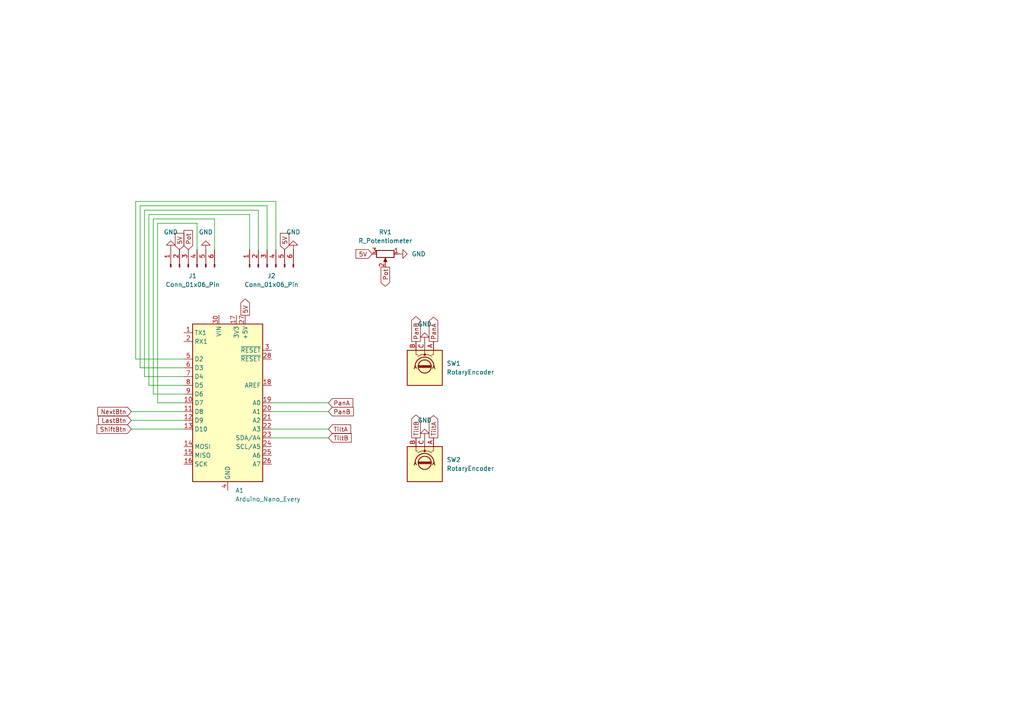
<source format=kicad_sch>
(kicad_sch (version 20230121) (generator eeschema)
  (paper "A4")
  (lib_symbols
    (symbol "Connector:Conn_01x06_Pin" (pin_names (offset 1.016) hide)
      (property "Reference" "J" (at 0 7.62 0))
      (property "Value" "Conn_01x06_Pin" (at 0 -10.16 0))
      (symbol "Conn_01x06_Pin_1_1"
        (polyline (pts (xy 1.27 -7.62) (xy 0.8636 -7.62)) (stroke (width 0.1524)))
        (polyline (pts (xy 1.27 -5.08) (xy 0.8636 -5.08)) (stroke (width 0.1524)))
        (polyline (pts (xy 1.27 -2.54) (xy 0.8636 -2.54)) (stroke (width 0.1524)))
        (polyline (pts (xy 1.27 0) (xy 0.8636 0)) (stroke (width 0.1524)))
        (polyline (pts (xy 1.27 2.54) (xy 0.8636 2.54)) (stroke (width 0.1524)))
        (polyline (pts (xy 1.27 5.08) (xy 0.8636 5.08)) (stroke (width 0.1524)))
        (rectangle (start 0.8636 -7.493) (end 0 -7.747) (stroke (width 0.1524)) (fill (type outline)))
        (rectangle (start 0.8636 -4.953) (end 0 -5.207) (stroke (width 0.1524)) (fill (type outline)))
        (rectangle (start 0.8636 -2.413) (end 0 -2.667) (stroke (width 0.1524)) (fill (type outline)))
        (rectangle (start 0.8636 0.127) (end 0 -0.127) (stroke (width 0.1524)) (fill (type outline)))
        (rectangle (start 0.8636 2.667) (end 0 2.413) (stroke (width 0.1524)) (fill (type outline)))
        (rectangle (start 0.8636 5.207) (end 0 4.953) (stroke (width 0.1524)) (fill (type outline)))
        (pin passive line (at 5.08 5.08 180) (length 3.81) (name "Pin_1") (number "1"))
        (pin passive line (at 5.08 2.54 180) (length 3.81) (name "Pin_2") (number "2"))
        (pin passive line (at 5.08 0 180) (length 3.81) (name "Pin_3") (number "3"))
        (pin passive line (at 5.08 -2.54 180) (length 3.81) (name "Pin_4") (number "4"))
        (pin passive line (at 5.08 -5.08 180) (length 3.81) (name "Pin_5") (number "5"))
        (pin passive line (at 5.08 -7.62 180) (length 3.81) (name "Pin_6") (number "6"))
      )
    )
    (symbol "Device:R_Potentiometer" (pin_names (offset 1.016) hide)
      (property "Reference" "RV" (at -4.445 0 90))
      (property "Value" "R_Potentiometer" (at -2.54 0 90))
      (symbol "R_Potentiometer_0_1"
        (polyline (pts (xy 2.54 0) (xy 1.524 0)))
        (polyline (pts (xy 1.143 0) (xy 2.286 0.508) (xy 2.286 -0.508) (xy 1.143 0)) (fill (type outline)))
        (rectangle (start 1.016 2.54) (end -1.016 -2.54) (stroke (width 0.254)))
      )
      (symbol "R_Potentiometer_1_1"
        (pin passive line (at 0 3.81 270) (length 1.27) (name "1") (number "1"))
        (pin passive line (at 3.81 0 180) (length 1.27) (name "2") (number "2"))
        (pin passive line (at 0 -3.81 90) (length 1.27) (name "3") (number "3"))
      )
    )
    (symbol "Device:RotaryEncoder" (pin_names (offset 0.254) hide)
      (property "Reference" "SW" (at 0 6.604 0))
      (property "Value" "RotaryEncoder" (at 0 -6.604 0))
      (symbol "RotaryEncoder_0_1"
        (rectangle (start -5.08 5.08) (end 5.08 -5.08) (stroke (width 0.254)) (fill (type background)))
        (circle (center -3.81 0) (radius 0.254) (fill (type outline)))
        (circle (center -0.381 0) (radius 1.905) (stroke (width 0.254)))
        (arc (start -0.381 2.667) (mid -3.0988 -0.0635) (end -0.381 -2.794) (stroke (width 0.254)))
        (polyline (pts (xy -0.635 -1.778) (xy -0.635 1.778)) (stroke (width 0.254)))
        (polyline (pts (xy -0.381 -1.778) (xy -0.381 1.778)) (stroke (width 0.254)))
        (polyline (pts (xy -0.127 1.778) (xy -0.127 -1.778)) (stroke (width 0.254)))
        (polyline (pts (xy -5.08 -2.54) (xy -3.81 -2.54) (xy -3.81 -2.032)))
        (polyline (pts (xy -5.08 2.54) (xy -3.81 2.54) (xy -3.81 2.032)))
        (polyline (pts (xy 0.254 -3.048) (xy -0.508 -2.794) (xy 0.127 -2.413)) (stroke (width 0.254)))
        (polyline (pts (xy 0.254 2.921) (xy -0.508 2.667) (xy 0.127 2.286)) (stroke (width 0.254)))
        (polyline (pts (xy -5.08 0) (xy -3.81 0) (xy -3.81 -1.016) (xy -3.302 -2.032)))
        (polyline (pts (xy -4.318 0) (xy -3.81 0) (xy -3.81 1.016) (xy -3.302 2.032)))
      )
      (symbol "RotaryEncoder_1_1"
        (pin passive line (at -7.62 2.54 0) (length 2.54) (name "A") (number "A"))
        (pin passive line (at -7.62 -2.54 0) (length 2.54) (name "B") (number "B"))
        (pin passive line (at -7.62 0 0) (length 2.54) (name "C") (number "C"))
      )
    )
    (symbol "MCU_Module:Arduino_Nano_Every"
      (property "Reference" "A" (at -10.16 23.495 0))
      (property "Value" "Arduino_Nano_Every" (at 5.08 -24.13 0))
      (symbol "Arduino_Nano_Every_0_1"
        (rectangle (start -10.16 22.86) (end 10.16 -22.86) (stroke (width 0.254)) (fill (type background)))
      )
      (symbol "Arduino_Nano_Every_1_1"
        (pin bidirectional line (at -12.7 20.32 0) (length 2.54) (name "TX1") (number "1"))
        (pin bidirectional line (at -12.7 0 0) (length 2.54) (name "D7") (number "10"))
        (pin bidirectional line (at -12.7 -2.54 0) (length 2.54) (name "D8") (number "11"))
        (pin bidirectional line (at -12.7 -5.08 0) (length 2.54) (name "D9") (number "12"))
        (pin bidirectional line (at -12.7 -7.62 0) (length 2.54) (name "D10") (number "13"))
        (pin bidirectional line (at -12.7 -12.7 0) (length 2.54) (name "MOSI") (number "14"))
        (pin bidirectional line (at -12.7 -15.24 0) (length 2.54) (name "MISO") (number "15"))
        (pin bidirectional line (at -12.7 -17.78 0) (length 2.54) (name "SCK") (number "16"))
        (pin power_out line (at 2.54 25.4 270) (length 2.54) (name "3V3") (number "17"))
        (pin input line (at 12.7 5.08 180) (length 2.54) (name "AREF") (number "18"))
        (pin bidirectional line (at 12.7 0 180) (length 2.54) (name "A0") (number "19"))
        (pin bidirectional line (at -12.7 17.78 0) (length 2.54) (name "RX1") (number "2"))
        (pin bidirectional line (at 12.7 -2.54 180) (length 2.54) (name "A1") (number "20"))
        (pin bidirectional line (at 12.7 -5.08 180) (length 2.54) (name "A2") (number "21"))
        (pin bidirectional line (at 12.7 -7.62 180) (length 2.54) (name "A3") (number "22"))
        (pin bidirectional line (at 12.7 -10.16 180) (length 2.54) (name "SDA/A4") (number "23"))
        (pin bidirectional line (at 12.7 -12.7 180) (length 2.54) (name "SCL/A5") (number "24"))
        (pin bidirectional line (at 12.7 -15.24 180) (length 2.54) (name "A6") (number "25"))
        (pin bidirectional line (at 12.7 -17.78 180) (length 2.54) (name "A7") (number "26"))
        (pin power_out line (at 5.08 25.4 270) (length 2.54) (name "+5V") (number "27"))
        (pin input line (at 12.7 12.7 180) (length 2.54) (name "~{RESET}") (number "28"))
        (pin passive line (at 0 -25.4 90) (length 2.54) hide (name "GND") (number "29"))
        (pin input line (at 12.7 15.24 180) (length 2.54) (name "~{RESET}") (number "3"))
        (pin power_in line (at -2.54 25.4 270) (length 2.54) (name "VIN") (number "30"))
        (pin power_in line (at 0 -25.4 90) (length 2.54) (name "GND") (number "4"))
        (pin bidirectional line (at -12.7 12.7 0) (length 2.54) (name "D2") (number "5"))
        (pin bidirectional line (at -12.7 10.16 0) (length 2.54) (name "D3") (number "6"))
        (pin bidirectional line (at -12.7 7.62 0) (length 2.54) (name "D4") (number "7"))
        (pin bidirectional line (at -12.7 5.08 0) (length 2.54) (name "D5") (number "8"))
        (pin bidirectional line (at -12.7 2.54 0) (length 2.54) (name "D6") (number "9"))
      )
    )
    (symbol "power:GND" (power) (pin_names (offset 0))
      (property "Value" "GND" (at 0 -3.81 0))
      (symbol "GND_0_1"
        (polyline (pts (xy 0 0) (xy 0 -1.27) (xy 1.27 -1.27) (xy 0 -2.54) (xy -1.27 -1.27) (xy 0 -1.27)))
      )
      (symbol "GND_1_1"
        (pin power_in line (at 0 0 270) (length 0) hide (name "GND") (number "1"))
      )
    )
  )
  (wire (pts (xy 43.18 111.76) (xy 53.34 111.76)))
  (wire (pts (xy 45.72 116.84) (xy 53.34 116.84)))
  (wire (pts (xy 38.1 119.38) (xy 53.34 119.38)))
  (wire (pts (xy 44.45 63.5) (xy 44.45 114.3)))
  (wire (pts (xy 78.74 124.46) (xy 95.25 124.46)))
  (wire (pts (xy 74.93 72.39) (xy 74.93 60.96)))
  (wire (pts (xy 40.64 59.69) (xy 40.64 106.68)))
  (wire (pts (xy 39.37 58.42) (xy 39.37 104.14)))
  (wire (pts (xy 44.45 114.3) (xy 53.34 114.3)))
  (wire (pts (xy 45.72 64.77) (xy 45.72 116.84)))
  (wire (pts (xy 38.1 124.46) (xy 53.34 124.46)))
  (wire (pts (xy 57.15 64.77) (xy 45.72 64.77)))
  (wire (pts (xy 72.39 72.39) (xy 72.39 62.23)))
  (wire (pts (xy 43.18 62.23) (xy 43.18 111.76)))
  (wire (pts (xy 62.23 63.5) (xy 62.23 72.39)))
  (wire (pts (xy 78.74 116.84) (xy 95.25 116.84)))
  (wire (pts (xy 41.91 60.96) (xy 41.91 109.22)))
  (wire (pts (xy 80.01 72.39) (xy 80.01 58.42)))
  (wire (pts (xy 74.93 60.96) (xy 41.91 60.96)))
  (wire (pts (xy 78.74 127) (xy 95.25 127)))
  (wire (pts (xy 57.15 72.39) (xy 57.15 64.77)))
  (wire (pts (xy 80.01 58.42) (xy 39.37 58.42)))
  (wire (pts (xy 77.47 72.39) (xy 77.47 59.69)))
  (wire (pts (xy 39.37 104.14) (xy 53.34 104.14)))
  (wire (pts (xy 44.45 63.5) (xy 62.23 63.5)))
  (wire (pts (xy 41.91 109.22) (xy 53.34 109.22)))
  (wire (pts (xy 77.47 59.69) (xy 40.64 59.69)))
  (wire (pts (xy 72.39 62.23) (xy 43.18 62.23)))
  (wire (pts (xy 38.1 121.92) (xy 53.34 121.92)))
  (wire (pts (xy 40.64 106.68) (xy 53.34 106.68)))
  (wire (pts (xy 78.74 119.38) (xy 95.25 119.38)))
  (global_label "ShiftBtn" (shape input) (at 38.1 124.46 180) (property "Intersheetrefs" "${INTERSHEET_REFS}" (effects hide)))
  (global_label "TiltB" (shape input) (at 95.25 127 0) (property "Intersheetrefs" "${INTERSHEET_REFS}" (effects hide)))
  (global_label "PanA" (shape output) (at 125.73 99.06 90) (property "Intersheetrefs" "${INTERSHEET_REFS}" (effects hide)))
  (global_label "5V" (shape input) (at 52.07 72.39 90) (property "Intersheetrefs" "${INTERSHEET_REFS}" (effects hide)))
  (global_label "TiltB" (shape output) (at 120.65 127 90) (property "Intersheetrefs" "${INTERSHEET_REFS}" (effects hide)))
  (global_label "NextBtn" (shape input) (at 38.1 119.38 180) (property "Intersheetrefs" "${INTERSHEET_REFS}" (effects hide)))
  (global_label "LastBtn" (shape input) (at 38.1 121.92 180) (property "Intersheetrefs" "${INTERSHEET_REFS}" (effects hide)))
  (global_label "PanA" (shape input) (at 95.25 116.84 0) (property "Intersheetrefs" "${INTERSHEET_REFS}" (effects hide)))
  (global_label "Pot" (shape input) (at 54.61 72.39 90) (property "Intersheetrefs" "${INTERSHEET_REFS}" (effects hide)))
  (global_label "Pot" (shape output) (at 111.76 77.47 270) (property "Intersheetrefs" "${INTERSHEET_REFS}" (effects hide)))
  (global_label "TiltA" (shape input) (at 95.25 124.46 0) (property "Intersheetrefs" "${INTERSHEET_REFS}" (effects hide)))
  (global_label "TiltA" (shape output) (at 125.73 127 90) (property "Intersheetrefs" "${INTERSHEET_REFS}" (effects hide)))
  (global_label "5V" (shape input) (at 107.95 73.66 180) (property "Intersheetrefs" "${INTERSHEET_REFS}" (effects hide)))
  (global_label "PanB" (shape output) (at 120.65 99.06 90) (property "Intersheetrefs" "${INTERSHEET_REFS}" (effects hide)))
  (global_label "PanB" (shape input) (at 95.25 119.38 0) (property "Intersheetrefs" "${INTERSHEET_REFS}" (effects hide)))
  (global_label "5V" (shape input) (at 82.55 72.39 90) (property "Intersheetrefs" "${INTERSHEET_REFS}" (effects hide)))
  (global_label "5V" (shape output) (at 71.12 91.44 90) (property "Intersheetrefs" "${INTERSHEET_REFS}" (effects hide)))
  (symbol (lib_id "Device:R_Potentiometer") (at 111.76 73.66 270) (unit 1)
    (property "Reference" "RV1" (at 111.76 67.31 90))
    (property "Value" "R_Potentiometer" (at 111.76 69.85 90))
  )
  (symbol (lib_id "power:GND") (at 49.53 72.39 0) (mirror x) (unit 1)
    (property "Reference" "#PWR01" (effects hide))
    (property "Value" "GND" (at 49.53 67.31 0))
  )
  (symbol (lib_id "Device:RotaryEncoder") (at 123.19 134.62 270) (unit 1)
    (property "Reference" "SW2" (at 129.54 133.35 90) (effects (justify left)))
    (property "Value" "RotaryEncoder" (at 129.54 135.89 90) (effects (justify left)))
  )
  (symbol (lib_id "power:GND") (at 59.69 72.39 180) (unit 1)
    (property "Reference" "#PWR02" (effects hide))
    (property "Value" "GND" (at 59.69 67.31 0))
  )
  (symbol (lib_id "power:GND") (at 123.19 99.06 180) (unit 1)
    (property "Reference" "#PWR06" (effects hide))
    (property "Value" "GND" (at 123.19 93.98 0))
  )
  (symbol (lib_id "power:GND") (at 115.57 73.66 90) (unit 1)
    (property "Reference" "#PWR04" (effects hide))
    (property "Value" "GND" (at 119.38 73.66 90) (effects (justify right)))
  )
  (symbol (lib_id "Connector:Conn_01x06_Pin") (at 77.47 77.47 90) (unit 1)
    (property "Reference" "J2" (at 78.74 80.01 90))
    (property "Value" "Conn_01x06_Pin" (at 78.74 82.55 90))
  )
  (symbol (lib_id "power:GND") (at 123.19 127 180) (unit 1)
    (property "Reference" "#PWR05" (effects hide))
    (property "Value" "GND" (at 123.19 121.92 0))
  )
  (symbol (lib_id "Connector:Conn_01x06_Pin") (at 54.61 77.47 90) (unit 1)
    (property "Reference" "J1" (at 55.88 80.01 90))
    (property "Value" "Conn_01x06_Pin" (at 55.88 82.55 90))
  )
  (symbol (lib_id "Device:RotaryEncoder") (at 123.19 106.68 270) (unit 1)
    (property "Reference" "SW1" (at 129.54 105.41 90) (effects (justify left)))
    (property "Value" "RotaryEncoder" (at 129.54 107.95 90) (effects (justify left)))
  )
  (symbol (lib_id "power:GND") (at 85.09 72.39 180) (unit 1)
    (property "Reference" "#PWR03" (effects hide))
    (property "Value" "GND" (at 85.09 67.31 0))
  )
  (symbol (lib_id "MCU_Module:Arduino_Nano_Every") (at 66.04 116.84 0) (unit 1)
    (property "Reference" "A1" (at 68.2341 142.24 0) (effects (justify left)))
    (property "Value" "Arduino_Nano_Every" (at 68.2341 144.78 0) (effects (justify left)))
    (property "Footprint" "Module:Arduino_Nano" (effects hide))
    (property "Datasheet" "https://content.arduino.cc/assets/NANOEveryV3.0_sch.pdf" (effects hide))
  )
)
</source>
